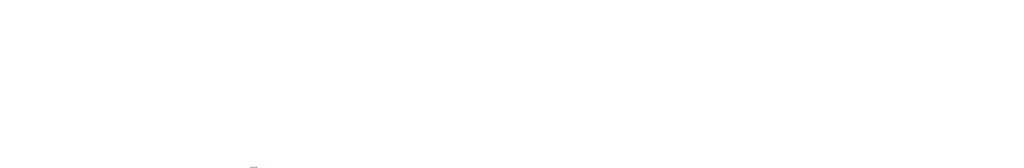
<source format=kicad_sch>
(kicad_sch (version 20250114) (generator "eeschema") (generator_version "9.0")
  (paper "User" 419.989 69.0118)
  (lib_symbols
    (symbol "Adrians Symbol Library:child"
      (property "Reference" "U" (at 0 0 0))
      (symbol "child_0_1"
        (rectangle (start -1.27 1.27) (end 1.27 -1.27))
      )
    )
  )
  (symbol (lib_id "Adrians Symbol Library:child") (at 104.14 69.85 0) (unit 1)
    (property "Reference" "U1" (at 106.68 69.85 0) (effects (justify left)))
    (property "Value" "~" (at 104.14 69.85 0))
  )
)
</source>
